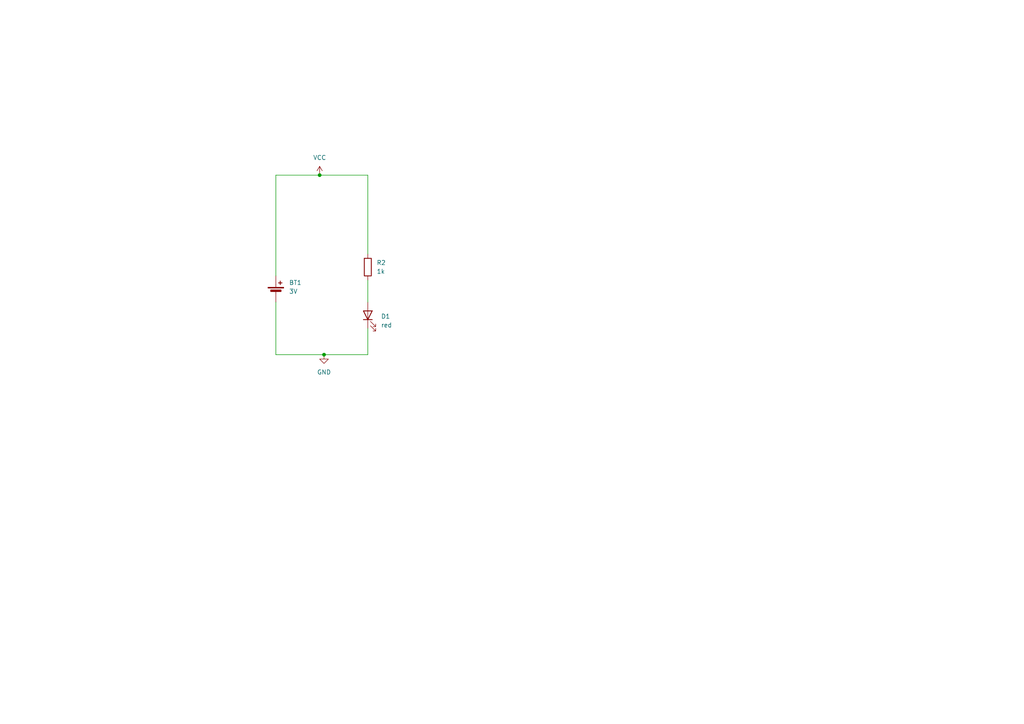
<source format=kicad_sch>
(kicad_sch (version 20230121) (generator eeschema)
  (paper "A4")
  (title_block (title "555_badge Schematic"))
  (lib_symbols
    (symbol "Device:Battery_Cell" (pin_numbers hide) (pin_names (offset 0) hide)
      (property "Reference" "BT" (at 2.54 2.54 0))
      (property "Value" "Battery_Cell" (at 2.54 0 0))
      (symbol "Battery_Cell_0_1"
        (rectangle (start -2.286 1.778) (end 2.286 1.524) (fill (type outline)))
        (rectangle (start -1.524 1.016) (end 1.524 0.508) (fill (type outline)))
        (polyline (pts (xy 0 0.762) (xy 0 0)))
        (polyline (pts (xy 0 1.778) (xy 0 2.54)))
        (polyline (pts (xy 0.762 3.048) (xy 1.778 3.048)) (stroke (width 0.254)))
        (polyline (pts (xy 1.27 3.556) (xy 1.27 2.54)) (stroke (width 0.254)))
      )
      (symbol "Battery_Cell_1_1"
        (pin passive line (at 0 5.08 270) (length 2.54) (name "+") (number "1"))
        (pin passive line (at 0 -2.54 90) (length 2.54) (name "-") (number "2"))
      )
    )
    (symbol "Device:LED" (pin_numbers hide) (pin_names (offset 1.016) hide)
      (property "Reference" "D" (at 0 2.54 0))
      (property "Value" "LED" (at 0 -2.54 0))
      (symbol "LED_0_1"
        (polyline (pts (xy -1.27 -1.27) (xy -1.27 1.27)) (stroke (width 0.254)))
        (polyline (pts (xy -1.27 0) (xy 1.27 0)))
        (polyline (pts (xy 1.27 -1.27) (xy 1.27 1.27) (xy -1.27 0) (xy 1.27 -1.27)) (stroke (width 0.254)))
        (polyline (pts (xy -3.048 -0.762) (xy -4.572 -2.286) (xy -3.81 -2.286) (xy -4.572 -2.286) (xy -4.572 -1.524)))
        (polyline (pts (xy -1.778 -0.762) (xy -3.302 -2.286) (xy -2.54 -2.286) (xy -3.302 -2.286) (xy -3.302 -1.524)))
      )
      (symbol "LED_1_1"
        (pin passive line (at -3.81 0 0) (length 2.54) (name "K") (number "1"))
        (pin passive line (at 3.81 0 180) (length 2.54) (name "A") (number "2"))
      )
    )
    (symbol "Device:R" (pin_numbers hide) (pin_names (offset 0))
      (property "Reference" "R" (at 2.032 0 90))
      (property "Value" "R" (at 0 0 90))
      (symbol "R_0_1"
        (rectangle (start -1.016 -2.54) (end 1.016 2.54) (stroke (width 0.254)))
      )
      (symbol "R_1_1"
        (pin passive line (at 0 3.81 270) (length 1.27) (name "~") (number "1"))
        (pin passive line (at 0 -3.81 90) (length 1.27) (name "~") (number "2"))
      )
    )
    (symbol "power:GND" (power) (pin_names (offset 0))
      (property "Value" "GND" (at 0 -3.81 0))
      (symbol "GND_0_1"
        (polyline (pts (xy 0 0) (xy 0 -1.27) (xy 1.27 -1.27) (xy 0 -2.54) (xy -1.27 -1.27) (xy 0 -1.27)))
      )
      (symbol "GND_1_1"
        (pin power_in line (at 0 0 270) (length 0) hide (name "GND") (number "1"))
      )
    )
    (symbol "power:VCC" (power) (pin_names (offset 0))
      (property "Value" "VCC" (at 0 3.81 0))
      (symbol "VCC_0_1"
        (polyline (pts (xy -0.762 1.27) (xy 0 2.54)))
        (polyline (pts (xy 0 0) (xy 0 2.54)))
        (polyline (pts (xy 0 2.54) (xy 0.762 1.27)))
      )
      (symbol "VCC_1_1"
        (pin power_in line (at 0 0 90) (length 0) hide (name "VCC") (number "1"))
      )
    )
  )
  (junction (at 92.71 50.8))
  (junction (at 93.98 102.87))
  (wire (pts (xy 80.01 87.63) (xy 80.01 102.87)))
  (wire (pts (xy 92.71 50.8) (xy 80.01 50.8)))
  (wire (pts (xy 80.01 50.8) (xy 80.01 80.01)))
  (wire (pts (xy 106.68 81.28) (xy 106.68 87.63)))
  (wire (pts (xy 106.68 50.8) (xy 92.71 50.8)))
  (wire (pts (xy 106.68 102.87) (xy 106.68 95.25)))
  (wire (pts (xy 106.68 73.66) (xy 106.68 50.8)))
  (wire (pts (xy 80.01 102.87) (xy 93.98 102.87)))
  (wire (pts (xy 93.98 102.87) (xy 106.68 102.87)))
  (symbol (lib_id "power:VCC") (at 92.71 50.8 0) (unit 1)
    (property "Reference" "#PWR01" (effects hide))
    (property "Value" "VCC" (at 92.71 45.72 0))
  )
  (symbol (lib_id "Device:LED") (at 106.68 91.44 90) (unit 1)
    (property "Reference" "D1" (at 110.49 91.7575 90) (effects (justify right)))
    (property "Value" "red" (at 110.49 94.2975 90) (effects (justify right)))
    (property "Footprint" "LED_THT:LED_D5.0mm" (effects hide))
  )
  (symbol (lib_id "Device:Battery_Cell") (at 80.01 85.09 0) (unit 1)
    (property "Reference" "BT1" (at 83.82 81.9785 0) (effects (justify left)))
    (property "Value" "3V" (at 83.82 84.5185 0) (effects (justify left)))
    (property "Footprint" "Battery:BatteryHolder_Keystone_1058_1x2032" (effects hide))
  )
  (symbol (lib_id "Device:R") (at 106.68 77.47 0) (unit 1)
    (property "Reference" "R2" (at 109.22 76.2 0) (effects (justify left)))
    (property "Value" "1k" (at 109.22 78.74 0) (effects (justify left)))
    (property "Footprint" "Resistor_THT:R_Axial_DIN0309_L9.0mm_D3.2mm_P12.70mm_Horizontal" (effects hide))
  )
  (symbol (lib_id "power:GND") (at 93.98 102.87 0) (unit 1)
    (property "Reference" "#PWR02" (effects hide))
    (property "Value" "GND" (at 93.98 107.95 0))
  )
)
</source>
